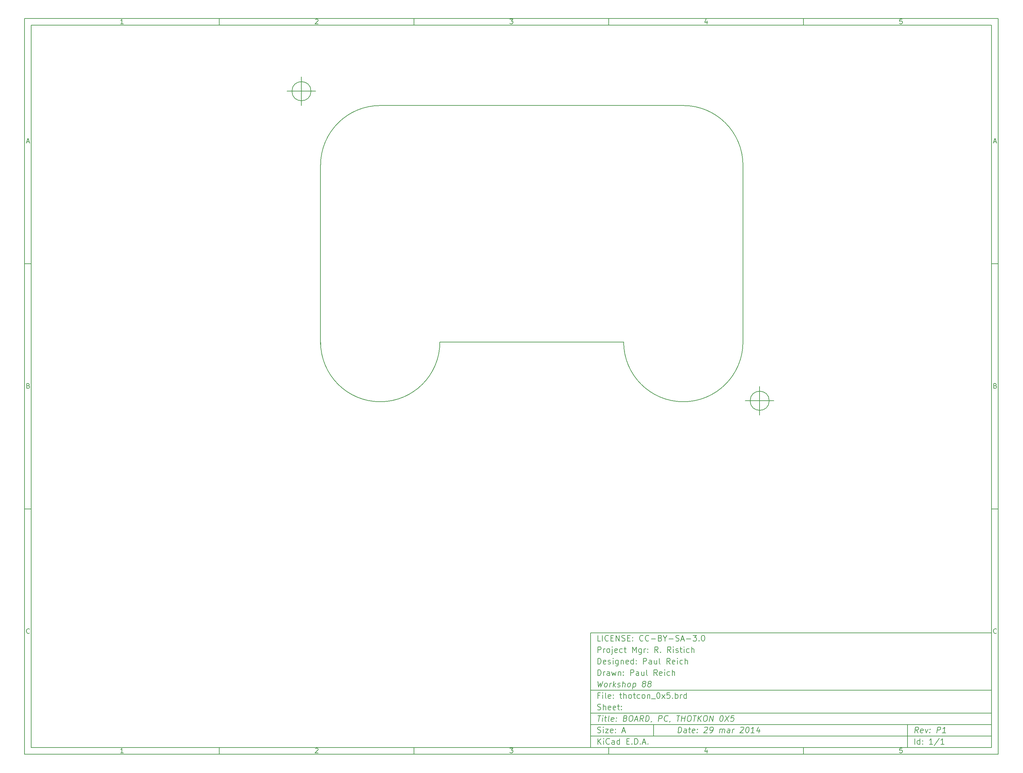
<source format=gbr>
G04 (created by PCBNEW (2013-dec-23)-stable) date Sat 29 Mar 2014 16:15:53 CDT*
%MOIN*%
G04 Gerber Fmt 3.4, Leading zero omitted, Abs format*
%FSLAX34Y34*%
G01*
G70*
G90*
G04 APERTURE LIST*
%ADD10C,0.00590551*%
%ADD11C,0.006*%
G04 APERTURE END LIST*
G54D10*
X-36650Y31000D02*
X65350Y31000D01*
X65350Y-46000D01*
X-36650Y-46000D01*
X-36650Y31000D01*
X-35950Y30300D02*
X64650Y30300D01*
X64650Y-45300D01*
X-35950Y-45300D01*
X-35950Y30300D01*
X-16250Y31000D02*
X-16250Y30300D01*
X-26307Y30447D02*
X-26592Y30447D01*
X-26450Y30447D02*
X-26450Y30947D01*
X-26497Y30876D01*
X-26545Y30828D01*
X-26592Y30804D01*
X-16250Y-46000D02*
X-16250Y-45300D01*
X-26307Y-45852D02*
X-26592Y-45852D01*
X-26450Y-45852D02*
X-26450Y-45352D01*
X-26497Y-45423D01*
X-26545Y-45471D01*
X-26592Y-45495D01*
X4150Y31000D02*
X4150Y30300D01*
X-6192Y30900D02*
X-6169Y30923D01*
X-6121Y30947D01*
X-6002Y30947D01*
X-5954Y30923D01*
X-5930Y30900D01*
X-5907Y30852D01*
X-5907Y30804D01*
X-5930Y30733D01*
X-6216Y30447D01*
X-5907Y30447D01*
X4150Y-46000D02*
X4150Y-45300D01*
X-6192Y-45400D02*
X-6169Y-45376D01*
X-6121Y-45352D01*
X-6002Y-45352D01*
X-5954Y-45376D01*
X-5930Y-45400D01*
X-5907Y-45447D01*
X-5907Y-45495D01*
X-5930Y-45566D01*
X-6216Y-45852D01*
X-5907Y-45852D01*
X24550Y31000D02*
X24550Y30300D01*
X14183Y30947D02*
X14492Y30947D01*
X14326Y30757D01*
X14397Y30757D01*
X14445Y30733D01*
X14469Y30709D01*
X14492Y30661D01*
X14492Y30542D01*
X14469Y30495D01*
X14445Y30471D01*
X14397Y30447D01*
X14254Y30447D01*
X14207Y30471D01*
X14183Y30495D01*
X24550Y-46000D02*
X24550Y-45300D01*
X14183Y-45352D02*
X14492Y-45352D01*
X14326Y-45542D01*
X14397Y-45542D01*
X14445Y-45566D01*
X14469Y-45590D01*
X14492Y-45638D01*
X14492Y-45757D01*
X14469Y-45804D01*
X14445Y-45828D01*
X14397Y-45852D01*
X14254Y-45852D01*
X14207Y-45828D01*
X14183Y-45804D01*
X44950Y31000D02*
X44950Y30300D01*
X34845Y30780D02*
X34845Y30447D01*
X34726Y30971D02*
X34607Y30614D01*
X34916Y30614D01*
X44950Y-46000D02*
X44950Y-45300D01*
X34845Y-45519D02*
X34845Y-45852D01*
X34726Y-45328D02*
X34607Y-45685D01*
X34916Y-45685D01*
X55269Y30947D02*
X55030Y30947D01*
X55007Y30709D01*
X55030Y30733D01*
X55078Y30757D01*
X55197Y30757D01*
X55245Y30733D01*
X55269Y30709D01*
X55292Y30661D01*
X55292Y30542D01*
X55269Y30495D01*
X55245Y30471D01*
X55197Y30447D01*
X55078Y30447D01*
X55030Y30471D01*
X55007Y30495D01*
X55269Y-45352D02*
X55030Y-45352D01*
X55007Y-45590D01*
X55030Y-45566D01*
X55078Y-45542D01*
X55197Y-45542D01*
X55245Y-45566D01*
X55269Y-45590D01*
X55292Y-45638D01*
X55292Y-45757D01*
X55269Y-45804D01*
X55245Y-45828D01*
X55197Y-45852D01*
X55078Y-45852D01*
X55030Y-45828D01*
X55007Y-45804D01*
X-36650Y5340D02*
X-35950Y5340D01*
X-36419Y18110D02*
X-36180Y18110D01*
X-36466Y17967D02*
X-36299Y18467D01*
X-36133Y17967D01*
X65350Y5340D02*
X64650Y5340D01*
X64880Y18110D02*
X65119Y18110D01*
X64833Y17967D02*
X65000Y18467D01*
X65166Y17967D01*
X-36650Y-20320D02*
X-35950Y-20320D01*
X-36264Y-7430D02*
X-36192Y-7454D01*
X-36169Y-7478D01*
X-36145Y-7525D01*
X-36145Y-7597D01*
X-36169Y-7644D01*
X-36192Y-7668D01*
X-36240Y-7692D01*
X-36430Y-7692D01*
X-36430Y-7192D01*
X-36264Y-7192D01*
X-36216Y-7216D01*
X-36192Y-7240D01*
X-36169Y-7287D01*
X-36169Y-7335D01*
X-36192Y-7382D01*
X-36216Y-7406D01*
X-36264Y-7430D01*
X-36430Y-7430D01*
X65350Y-20320D02*
X64650Y-20320D01*
X65035Y-7430D02*
X65107Y-7454D01*
X65130Y-7478D01*
X65154Y-7525D01*
X65154Y-7597D01*
X65130Y-7644D01*
X65107Y-7668D01*
X65059Y-7692D01*
X64869Y-7692D01*
X64869Y-7192D01*
X65035Y-7192D01*
X65083Y-7216D01*
X65107Y-7240D01*
X65130Y-7287D01*
X65130Y-7335D01*
X65107Y-7382D01*
X65083Y-7406D01*
X65035Y-7430D01*
X64869Y-7430D01*
X-36145Y-33304D02*
X-36169Y-33328D01*
X-36240Y-33352D01*
X-36288Y-33352D01*
X-36359Y-33328D01*
X-36407Y-33280D01*
X-36430Y-33233D01*
X-36454Y-33138D01*
X-36454Y-33066D01*
X-36430Y-32971D01*
X-36407Y-32923D01*
X-36359Y-32876D01*
X-36288Y-32852D01*
X-36240Y-32852D01*
X-36169Y-32876D01*
X-36145Y-32900D01*
X65154Y-33304D02*
X65130Y-33328D01*
X65059Y-33352D01*
X65011Y-33352D01*
X64940Y-33328D01*
X64892Y-33280D01*
X64869Y-33233D01*
X64845Y-33138D01*
X64845Y-33066D01*
X64869Y-32971D01*
X64892Y-32923D01*
X64940Y-32876D01*
X65011Y-32852D01*
X65059Y-32852D01*
X65130Y-32876D01*
X65154Y-32900D01*
X31800Y-43742D02*
X31875Y-43142D01*
X32017Y-43142D01*
X32100Y-43171D01*
X32150Y-43228D01*
X32171Y-43285D01*
X32185Y-43400D01*
X32175Y-43485D01*
X32132Y-43600D01*
X32096Y-43657D01*
X32032Y-43714D01*
X31942Y-43742D01*
X31800Y-43742D01*
X32657Y-43742D02*
X32696Y-43428D01*
X32675Y-43371D01*
X32621Y-43342D01*
X32507Y-43342D01*
X32446Y-43371D01*
X32660Y-43714D02*
X32600Y-43742D01*
X32457Y-43742D01*
X32403Y-43714D01*
X32382Y-43657D01*
X32389Y-43600D01*
X32425Y-43542D01*
X32485Y-43514D01*
X32628Y-43514D01*
X32689Y-43485D01*
X32907Y-43342D02*
X33135Y-43342D01*
X33017Y-43142D02*
X32953Y-43657D01*
X32975Y-43714D01*
X33028Y-43742D01*
X33085Y-43742D01*
X33517Y-43714D02*
X33457Y-43742D01*
X33342Y-43742D01*
X33289Y-43714D01*
X33267Y-43657D01*
X33296Y-43428D01*
X33332Y-43371D01*
X33392Y-43342D01*
X33507Y-43342D01*
X33560Y-43371D01*
X33582Y-43428D01*
X33575Y-43485D01*
X33282Y-43542D01*
X33807Y-43685D02*
X33832Y-43714D01*
X33800Y-43742D01*
X33775Y-43714D01*
X33807Y-43685D01*
X33800Y-43742D01*
X33846Y-43371D02*
X33871Y-43400D01*
X33839Y-43428D01*
X33814Y-43400D01*
X33846Y-43371D01*
X33839Y-43428D01*
X34582Y-43200D02*
X34614Y-43171D01*
X34675Y-43142D01*
X34817Y-43142D01*
X34871Y-43171D01*
X34896Y-43200D01*
X34917Y-43257D01*
X34910Y-43314D01*
X34871Y-43400D01*
X34485Y-43742D01*
X34857Y-43742D01*
X35142Y-43742D02*
X35257Y-43742D01*
X35317Y-43714D01*
X35350Y-43685D01*
X35417Y-43600D01*
X35460Y-43485D01*
X35489Y-43257D01*
X35467Y-43200D01*
X35442Y-43171D01*
X35389Y-43142D01*
X35275Y-43142D01*
X35214Y-43171D01*
X35182Y-43200D01*
X35146Y-43257D01*
X35128Y-43400D01*
X35150Y-43457D01*
X35175Y-43485D01*
X35228Y-43514D01*
X35342Y-43514D01*
X35403Y-43485D01*
X35435Y-43457D01*
X35471Y-43400D01*
X36142Y-43742D02*
X36192Y-43342D01*
X36185Y-43400D02*
X36217Y-43371D01*
X36278Y-43342D01*
X36364Y-43342D01*
X36417Y-43371D01*
X36439Y-43428D01*
X36400Y-43742D01*
X36439Y-43428D02*
X36475Y-43371D01*
X36535Y-43342D01*
X36621Y-43342D01*
X36675Y-43371D01*
X36696Y-43428D01*
X36657Y-43742D01*
X37200Y-43742D02*
X37239Y-43428D01*
X37217Y-43371D01*
X37164Y-43342D01*
X37050Y-43342D01*
X36989Y-43371D01*
X37203Y-43714D02*
X37142Y-43742D01*
X37000Y-43742D01*
X36946Y-43714D01*
X36925Y-43657D01*
X36932Y-43600D01*
X36967Y-43542D01*
X37028Y-43514D01*
X37171Y-43514D01*
X37232Y-43485D01*
X37485Y-43742D02*
X37535Y-43342D01*
X37521Y-43457D02*
X37557Y-43400D01*
X37589Y-43371D01*
X37650Y-43342D01*
X37707Y-43342D01*
X38353Y-43200D02*
X38385Y-43171D01*
X38446Y-43142D01*
X38589Y-43142D01*
X38642Y-43171D01*
X38667Y-43200D01*
X38689Y-43257D01*
X38682Y-43314D01*
X38642Y-43400D01*
X38257Y-43742D01*
X38628Y-43742D01*
X39075Y-43142D02*
X39132Y-43142D01*
X39185Y-43171D01*
X39210Y-43200D01*
X39232Y-43257D01*
X39246Y-43371D01*
X39228Y-43514D01*
X39185Y-43628D01*
X39150Y-43685D01*
X39117Y-43714D01*
X39057Y-43742D01*
X39000Y-43742D01*
X38946Y-43714D01*
X38921Y-43685D01*
X38900Y-43628D01*
X38885Y-43514D01*
X38903Y-43371D01*
X38946Y-43257D01*
X38982Y-43200D01*
X39014Y-43171D01*
X39075Y-43142D01*
X39771Y-43742D02*
X39428Y-43742D01*
X39600Y-43742D02*
X39675Y-43142D01*
X39607Y-43228D01*
X39542Y-43285D01*
X39482Y-43314D01*
X40335Y-43342D02*
X40285Y-43742D01*
X40221Y-43114D02*
X40025Y-43542D01*
X40396Y-43542D01*
X23392Y-44942D02*
X23392Y-44342D01*
X23735Y-44942D02*
X23478Y-44600D01*
X23735Y-44342D02*
X23392Y-44685D01*
X23992Y-44942D02*
X23992Y-44542D01*
X23992Y-44342D02*
X23964Y-44371D01*
X23992Y-44400D01*
X24021Y-44371D01*
X23992Y-44342D01*
X23992Y-44400D01*
X24621Y-44885D02*
X24592Y-44914D01*
X24507Y-44942D01*
X24450Y-44942D01*
X24364Y-44914D01*
X24307Y-44857D01*
X24278Y-44800D01*
X24250Y-44685D01*
X24250Y-44600D01*
X24278Y-44485D01*
X24307Y-44428D01*
X24364Y-44371D01*
X24450Y-44342D01*
X24507Y-44342D01*
X24592Y-44371D01*
X24621Y-44400D01*
X25135Y-44942D02*
X25135Y-44628D01*
X25107Y-44571D01*
X25050Y-44542D01*
X24935Y-44542D01*
X24878Y-44571D01*
X25135Y-44914D02*
X25078Y-44942D01*
X24935Y-44942D01*
X24878Y-44914D01*
X24850Y-44857D01*
X24850Y-44800D01*
X24878Y-44742D01*
X24935Y-44714D01*
X25078Y-44714D01*
X25135Y-44685D01*
X25678Y-44942D02*
X25678Y-44342D01*
X25678Y-44914D02*
X25621Y-44942D01*
X25507Y-44942D01*
X25450Y-44914D01*
X25421Y-44885D01*
X25392Y-44828D01*
X25392Y-44657D01*
X25421Y-44600D01*
X25450Y-44571D01*
X25507Y-44542D01*
X25621Y-44542D01*
X25678Y-44571D01*
X26421Y-44628D02*
X26621Y-44628D01*
X26707Y-44942D02*
X26421Y-44942D01*
X26421Y-44342D01*
X26707Y-44342D01*
X26964Y-44885D02*
X26992Y-44914D01*
X26964Y-44942D01*
X26935Y-44914D01*
X26964Y-44885D01*
X26964Y-44942D01*
X27249Y-44942D02*
X27249Y-44342D01*
X27392Y-44342D01*
X27478Y-44371D01*
X27535Y-44428D01*
X27564Y-44485D01*
X27592Y-44600D01*
X27592Y-44685D01*
X27564Y-44800D01*
X27535Y-44857D01*
X27478Y-44914D01*
X27392Y-44942D01*
X27249Y-44942D01*
X27849Y-44885D02*
X27878Y-44914D01*
X27849Y-44942D01*
X27821Y-44914D01*
X27849Y-44885D01*
X27849Y-44942D01*
X28107Y-44771D02*
X28392Y-44771D01*
X28049Y-44942D02*
X28249Y-44342D01*
X28449Y-44942D01*
X28649Y-44885D02*
X28678Y-44914D01*
X28649Y-44942D01*
X28621Y-44914D01*
X28649Y-44885D01*
X28649Y-44942D01*
X56942Y-43742D02*
X56778Y-43457D01*
X56600Y-43742D02*
X56675Y-43142D01*
X56903Y-43142D01*
X56957Y-43171D01*
X56982Y-43200D01*
X57003Y-43257D01*
X56992Y-43342D01*
X56957Y-43400D01*
X56925Y-43428D01*
X56864Y-43457D01*
X56635Y-43457D01*
X57432Y-43714D02*
X57371Y-43742D01*
X57257Y-43742D01*
X57203Y-43714D01*
X57182Y-43657D01*
X57210Y-43428D01*
X57246Y-43371D01*
X57307Y-43342D01*
X57421Y-43342D01*
X57475Y-43371D01*
X57496Y-43428D01*
X57489Y-43485D01*
X57196Y-43542D01*
X57707Y-43342D02*
X57800Y-43742D01*
X57992Y-43342D01*
X58178Y-43685D02*
X58203Y-43714D01*
X58171Y-43742D01*
X58146Y-43714D01*
X58178Y-43685D01*
X58171Y-43742D01*
X58217Y-43371D02*
X58242Y-43400D01*
X58210Y-43428D01*
X58185Y-43400D01*
X58217Y-43371D01*
X58210Y-43428D01*
X58914Y-43742D02*
X58989Y-43142D01*
X59217Y-43142D01*
X59271Y-43171D01*
X59296Y-43200D01*
X59317Y-43257D01*
X59307Y-43342D01*
X59271Y-43400D01*
X59239Y-43428D01*
X59178Y-43457D01*
X58950Y-43457D01*
X59828Y-43742D02*
X59485Y-43742D01*
X59657Y-43742D02*
X59732Y-43142D01*
X59664Y-43228D01*
X59600Y-43285D01*
X59539Y-43314D01*
X23364Y-43714D02*
X23450Y-43742D01*
X23592Y-43742D01*
X23650Y-43714D01*
X23678Y-43685D01*
X23707Y-43628D01*
X23707Y-43571D01*
X23678Y-43514D01*
X23650Y-43485D01*
X23592Y-43457D01*
X23478Y-43428D01*
X23421Y-43400D01*
X23392Y-43371D01*
X23364Y-43314D01*
X23364Y-43257D01*
X23392Y-43200D01*
X23421Y-43171D01*
X23478Y-43142D01*
X23621Y-43142D01*
X23707Y-43171D01*
X23964Y-43742D02*
X23964Y-43342D01*
X23964Y-43142D02*
X23935Y-43171D01*
X23964Y-43200D01*
X23992Y-43171D01*
X23964Y-43142D01*
X23964Y-43200D01*
X24192Y-43342D02*
X24507Y-43342D01*
X24192Y-43742D01*
X24507Y-43742D01*
X24964Y-43714D02*
X24907Y-43742D01*
X24792Y-43742D01*
X24735Y-43714D01*
X24707Y-43657D01*
X24707Y-43428D01*
X24735Y-43371D01*
X24792Y-43342D01*
X24907Y-43342D01*
X24964Y-43371D01*
X24992Y-43428D01*
X24992Y-43485D01*
X24707Y-43542D01*
X25250Y-43685D02*
X25278Y-43714D01*
X25250Y-43742D01*
X25221Y-43714D01*
X25250Y-43685D01*
X25250Y-43742D01*
X25250Y-43371D02*
X25278Y-43400D01*
X25250Y-43428D01*
X25221Y-43400D01*
X25250Y-43371D01*
X25250Y-43428D01*
X25964Y-43571D02*
X26250Y-43571D01*
X25907Y-43742D02*
X26107Y-43142D01*
X26307Y-43742D01*
X56592Y-44942D02*
X56592Y-44342D01*
X57135Y-44942D02*
X57135Y-44342D01*
X57135Y-44914D02*
X57078Y-44942D01*
X56964Y-44942D01*
X56907Y-44914D01*
X56878Y-44885D01*
X56850Y-44828D01*
X56850Y-44657D01*
X56878Y-44600D01*
X56907Y-44571D01*
X56964Y-44542D01*
X57078Y-44542D01*
X57135Y-44571D01*
X57421Y-44885D02*
X57450Y-44914D01*
X57421Y-44942D01*
X57392Y-44914D01*
X57421Y-44885D01*
X57421Y-44942D01*
X57421Y-44571D02*
X57450Y-44600D01*
X57421Y-44628D01*
X57392Y-44600D01*
X57421Y-44571D01*
X57421Y-44628D01*
X58478Y-44942D02*
X58135Y-44942D01*
X58307Y-44942D02*
X58307Y-44342D01*
X58249Y-44428D01*
X58192Y-44485D01*
X58135Y-44514D01*
X59164Y-44314D02*
X58650Y-45085D01*
X59678Y-44942D02*
X59335Y-44942D01*
X59507Y-44942D02*
X59507Y-44342D01*
X59449Y-44428D01*
X59392Y-44485D01*
X59335Y-44514D01*
X23389Y-41942D02*
X23732Y-41942D01*
X23485Y-42542D02*
X23560Y-41942D01*
X23857Y-42542D02*
X23907Y-42142D01*
X23932Y-41942D02*
X23900Y-41971D01*
X23925Y-42000D01*
X23957Y-41971D01*
X23932Y-41942D01*
X23925Y-42000D01*
X24107Y-42142D02*
X24335Y-42142D01*
X24217Y-41942D02*
X24153Y-42457D01*
X24175Y-42514D01*
X24228Y-42542D01*
X24285Y-42542D01*
X24571Y-42542D02*
X24517Y-42514D01*
X24496Y-42457D01*
X24560Y-41942D01*
X25032Y-42514D02*
X24971Y-42542D01*
X24857Y-42542D01*
X24803Y-42514D01*
X24782Y-42457D01*
X24810Y-42228D01*
X24846Y-42171D01*
X24907Y-42142D01*
X25021Y-42142D01*
X25075Y-42171D01*
X25096Y-42228D01*
X25089Y-42285D01*
X24796Y-42342D01*
X25321Y-42485D02*
X25346Y-42514D01*
X25314Y-42542D01*
X25289Y-42514D01*
X25321Y-42485D01*
X25314Y-42542D01*
X25360Y-42171D02*
X25385Y-42200D01*
X25353Y-42228D01*
X25328Y-42200D01*
X25360Y-42171D01*
X25353Y-42228D01*
X26296Y-42228D02*
X26378Y-42257D01*
X26403Y-42285D01*
X26425Y-42342D01*
X26414Y-42428D01*
X26378Y-42485D01*
X26346Y-42514D01*
X26285Y-42542D01*
X26057Y-42542D01*
X26132Y-41942D01*
X26332Y-41942D01*
X26385Y-41971D01*
X26410Y-42000D01*
X26432Y-42057D01*
X26425Y-42114D01*
X26389Y-42171D01*
X26357Y-42200D01*
X26296Y-42228D01*
X26096Y-42228D01*
X26846Y-41942D02*
X26960Y-41942D01*
X27014Y-41971D01*
X27064Y-42028D01*
X27078Y-42142D01*
X27053Y-42342D01*
X27010Y-42457D01*
X26946Y-42514D01*
X26885Y-42542D01*
X26771Y-42542D01*
X26717Y-42514D01*
X26667Y-42457D01*
X26653Y-42342D01*
X26678Y-42142D01*
X26721Y-42028D01*
X26785Y-41971D01*
X26846Y-41942D01*
X27278Y-42371D02*
X27564Y-42371D01*
X27200Y-42542D02*
X27475Y-41942D01*
X27600Y-42542D01*
X28142Y-42542D02*
X27978Y-42257D01*
X27800Y-42542D02*
X27875Y-41942D01*
X28103Y-41942D01*
X28157Y-41971D01*
X28182Y-42000D01*
X28203Y-42057D01*
X28192Y-42142D01*
X28157Y-42200D01*
X28125Y-42228D01*
X28064Y-42257D01*
X27835Y-42257D01*
X28400Y-42542D02*
X28475Y-41942D01*
X28617Y-41942D01*
X28700Y-41971D01*
X28750Y-42028D01*
X28771Y-42085D01*
X28785Y-42200D01*
X28775Y-42285D01*
X28732Y-42400D01*
X28696Y-42457D01*
X28632Y-42514D01*
X28542Y-42542D01*
X28400Y-42542D01*
X29032Y-42514D02*
X29028Y-42542D01*
X28992Y-42600D01*
X28960Y-42628D01*
X29742Y-42542D02*
X29817Y-41942D01*
X30046Y-41942D01*
X30099Y-41971D01*
X30125Y-42000D01*
X30146Y-42057D01*
X30135Y-42142D01*
X30100Y-42200D01*
X30067Y-42228D01*
X30007Y-42257D01*
X29778Y-42257D01*
X30692Y-42485D02*
X30660Y-42514D01*
X30571Y-42542D01*
X30514Y-42542D01*
X30432Y-42514D01*
X30382Y-42457D01*
X30360Y-42400D01*
X30346Y-42285D01*
X30357Y-42200D01*
X30400Y-42085D01*
X30435Y-42028D01*
X30499Y-41971D01*
X30589Y-41942D01*
X30646Y-41942D01*
X30728Y-41971D01*
X30753Y-42000D01*
X30975Y-42514D02*
X30971Y-42542D01*
X30935Y-42600D01*
X30903Y-42628D01*
X31675Y-41942D02*
X32017Y-41942D01*
X31771Y-42542D02*
X31846Y-41942D01*
X32142Y-42542D02*
X32217Y-41942D01*
X32182Y-42228D02*
X32525Y-42228D01*
X32485Y-42542D02*
X32560Y-41942D01*
X32960Y-41942D02*
X33075Y-41942D01*
X33128Y-41971D01*
X33178Y-42028D01*
X33192Y-42142D01*
X33167Y-42342D01*
X33124Y-42457D01*
X33060Y-42514D01*
X33000Y-42542D01*
X32885Y-42542D01*
X32832Y-42514D01*
X32782Y-42457D01*
X32767Y-42342D01*
X32792Y-42142D01*
X32835Y-42028D01*
X32899Y-41971D01*
X32960Y-41942D01*
X33389Y-41942D02*
X33732Y-41942D01*
X33485Y-42542D02*
X33560Y-41942D01*
X33857Y-42542D02*
X33932Y-41942D01*
X34199Y-42542D02*
X33985Y-42200D01*
X34274Y-41942D02*
X33889Y-42285D01*
X34646Y-41942D02*
X34760Y-41942D01*
X34814Y-41971D01*
X34864Y-42028D01*
X34878Y-42142D01*
X34853Y-42342D01*
X34810Y-42457D01*
X34746Y-42514D01*
X34685Y-42542D01*
X34571Y-42542D01*
X34517Y-42514D01*
X34467Y-42457D01*
X34453Y-42342D01*
X34478Y-42142D01*
X34521Y-42028D01*
X34585Y-41971D01*
X34646Y-41942D01*
X35085Y-42542D02*
X35160Y-41942D01*
X35428Y-42542D01*
X35503Y-41942D01*
X36360Y-41942D02*
X36417Y-41942D01*
X36471Y-41971D01*
X36496Y-42000D01*
X36517Y-42057D01*
X36532Y-42171D01*
X36514Y-42314D01*
X36471Y-42428D01*
X36435Y-42485D01*
X36403Y-42514D01*
X36342Y-42542D01*
X36285Y-42542D01*
X36232Y-42514D01*
X36207Y-42485D01*
X36185Y-42428D01*
X36171Y-42314D01*
X36189Y-42171D01*
X36232Y-42057D01*
X36267Y-42000D01*
X36299Y-41971D01*
X36360Y-41942D01*
X36760Y-41942D02*
X37085Y-42542D01*
X37160Y-41942D02*
X36685Y-42542D01*
X37674Y-41942D02*
X37389Y-41942D01*
X37325Y-42228D01*
X37357Y-42200D01*
X37417Y-42171D01*
X37560Y-42171D01*
X37614Y-42200D01*
X37639Y-42228D01*
X37660Y-42285D01*
X37642Y-42428D01*
X37607Y-42485D01*
X37574Y-42514D01*
X37514Y-42542D01*
X37371Y-42542D01*
X37317Y-42514D01*
X37292Y-42485D01*
X23592Y-39828D02*
X23392Y-39828D01*
X23392Y-40142D02*
X23392Y-39542D01*
X23678Y-39542D01*
X23907Y-40142D02*
X23907Y-39742D01*
X23907Y-39542D02*
X23878Y-39571D01*
X23907Y-39600D01*
X23935Y-39571D01*
X23907Y-39542D01*
X23907Y-39600D01*
X24278Y-40142D02*
X24221Y-40114D01*
X24192Y-40057D01*
X24192Y-39542D01*
X24735Y-40114D02*
X24678Y-40142D01*
X24564Y-40142D01*
X24507Y-40114D01*
X24478Y-40057D01*
X24478Y-39828D01*
X24507Y-39771D01*
X24564Y-39742D01*
X24678Y-39742D01*
X24735Y-39771D01*
X24764Y-39828D01*
X24764Y-39885D01*
X24478Y-39942D01*
X25021Y-40085D02*
X25050Y-40114D01*
X25021Y-40142D01*
X24992Y-40114D01*
X25021Y-40085D01*
X25021Y-40142D01*
X25021Y-39771D02*
X25050Y-39800D01*
X25021Y-39828D01*
X24992Y-39800D01*
X25021Y-39771D01*
X25021Y-39828D01*
X25678Y-39742D02*
X25907Y-39742D01*
X25764Y-39542D02*
X25764Y-40057D01*
X25792Y-40114D01*
X25850Y-40142D01*
X25907Y-40142D01*
X26107Y-40142D02*
X26107Y-39542D01*
X26364Y-40142D02*
X26364Y-39828D01*
X26335Y-39771D01*
X26278Y-39742D01*
X26192Y-39742D01*
X26135Y-39771D01*
X26107Y-39800D01*
X26735Y-40142D02*
X26678Y-40114D01*
X26650Y-40085D01*
X26621Y-40028D01*
X26621Y-39857D01*
X26650Y-39800D01*
X26678Y-39771D01*
X26735Y-39742D01*
X26821Y-39742D01*
X26878Y-39771D01*
X26907Y-39800D01*
X26935Y-39857D01*
X26935Y-40028D01*
X26907Y-40085D01*
X26878Y-40114D01*
X26821Y-40142D01*
X26735Y-40142D01*
X27107Y-39742D02*
X27335Y-39742D01*
X27192Y-39542D02*
X27192Y-40057D01*
X27221Y-40114D01*
X27278Y-40142D01*
X27335Y-40142D01*
X27792Y-40114D02*
X27735Y-40142D01*
X27621Y-40142D01*
X27564Y-40114D01*
X27535Y-40085D01*
X27507Y-40028D01*
X27507Y-39857D01*
X27535Y-39800D01*
X27564Y-39771D01*
X27621Y-39742D01*
X27735Y-39742D01*
X27792Y-39771D01*
X28135Y-40142D02*
X28078Y-40114D01*
X28050Y-40085D01*
X28021Y-40028D01*
X28021Y-39857D01*
X28050Y-39800D01*
X28078Y-39771D01*
X28135Y-39742D01*
X28221Y-39742D01*
X28278Y-39771D01*
X28307Y-39800D01*
X28335Y-39857D01*
X28335Y-40028D01*
X28307Y-40085D01*
X28278Y-40114D01*
X28221Y-40142D01*
X28135Y-40142D01*
X28592Y-39742D02*
X28592Y-40142D01*
X28592Y-39800D02*
X28621Y-39771D01*
X28678Y-39742D01*
X28764Y-39742D01*
X28821Y-39771D01*
X28850Y-39828D01*
X28850Y-40142D01*
X28992Y-40200D02*
X29450Y-40200D01*
X29707Y-39542D02*
X29764Y-39542D01*
X29821Y-39571D01*
X29850Y-39600D01*
X29878Y-39657D01*
X29907Y-39771D01*
X29907Y-39914D01*
X29878Y-40028D01*
X29850Y-40085D01*
X29821Y-40114D01*
X29764Y-40142D01*
X29707Y-40142D01*
X29650Y-40114D01*
X29621Y-40085D01*
X29592Y-40028D01*
X29564Y-39914D01*
X29564Y-39771D01*
X29592Y-39657D01*
X29621Y-39600D01*
X29650Y-39571D01*
X29707Y-39542D01*
X30107Y-40142D02*
X30421Y-39742D01*
X30107Y-39742D02*
X30421Y-40142D01*
X30935Y-39542D02*
X30650Y-39542D01*
X30621Y-39828D01*
X30650Y-39800D01*
X30707Y-39771D01*
X30850Y-39771D01*
X30907Y-39800D01*
X30935Y-39828D01*
X30964Y-39885D01*
X30964Y-40028D01*
X30935Y-40085D01*
X30907Y-40114D01*
X30850Y-40142D01*
X30707Y-40142D01*
X30650Y-40114D01*
X30621Y-40085D01*
X31221Y-40085D02*
X31250Y-40114D01*
X31221Y-40142D01*
X31192Y-40114D01*
X31221Y-40085D01*
X31221Y-40142D01*
X31507Y-40142D02*
X31507Y-39542D01*
X31507Y-39771D02*
X31564Y-39742D01*
X31678Y-39742D01*
X31735Y-39771D01*
X31764Y-39800D01*
X31792Y-39857D01*
X31792Y-40028D01*
X31764Y-40085D01*
X31735Y-40114D01*
X31678Y-40142D01*
X31564Y-40142D01*
X31507Y-40114D01*
X32050Y-40142D02*
X32050Y-39742D01*
X32050Y-39857D02*
X32078Y-39800D01*
X32107Y-39771D01*
X32164Y-39742D01*
X32221Y-39742D01*
X32678Y-40142D02*
X32678Y-39542D01*
X32678Y-40114D02*
X32621Y-40142D01*
X32507Y-40142D01*
X32450Y-40114D01*
X32421Y-40085D01*
X32392Y-40028D01*
X32392Y-39857D01*
X32421Y-39800D01*
X32450Y-39771D01*
X32507Y-39742D01*
X32621Y-39742D01*
X32678Y-39771D01*
X23364Y-41314D02*
X23450Y-41342D01*
X23592Y-41342D01*
X23650Y-41314D01*
X23678Y-41285D01*
X23707Y-41228D01*
X23707Y-41171D01*
X23678Y-41114D01*
X23650Y-41085D01*
X23592Y-41057D01*
X23478Y-41028D01*
X23421Y-41000D01*
X23392Y-40971D01*
X23364Y-40914D01*
X23364Y-40857D01*
X23392Y-40800D01*
X23421Y-40771D01*
X23478Y-40742D01*
X23621Y-40742D01*
X23707Y-40771D01*
X23964Y-41342D02*
X23964Y-40742D01*
X24221Y-41342D02*
X24221Y-41028D01*
X24192Y-40971D01*
X24135Y-40942D01*
X24050Y-40942D01*
X23992Y-40971D01*
X23964Y-41000D01*
X24735Y-41314D02*
X24678Y-41342D01*
X24564Y-41342D01*
X24507Y-41314D01*
X24478Y-41257D01*
X24478Y-41028D01*
X24507Y-40971D01*
X24564Y-40942D01*
X24678Y-40942D01*
X24735Y-40971D01*
X24764Y-41028D01*
X24764Y-41085D01*
X24478Y-41142D01*
X25250Y-41314D02*
X25192Y-41342D01*
X25078Y-41342D01*
X25021Y-41314D01*
X24992Y-41257D01*
X24992Y-41028D01*
X25021Y-40971D01*
X25078Y-40942D01*
X25192Y-40942D01*
X25250Y-40971D01*
X25278Y-41028D01*
X25278Y-41085D01*
X24992Y-41142D01*
X25450Y-40942D02*
X25678Y-40942D01*
X25535Y-40742D02*
X25535Y-41257D01*
X25564Y-41314D01*
X25621Y-41342D01*
X25678Y-41342D01*
X25878Y-41285D02*
X25907Y-41314D01*
X25878Y-41342D01*
X25850Y-41314D01*
X25878Y-41285D01*
X25878Y-41342D01*
X25878Y-40971D02*
X25907Y-41000D01*
X25878Y-41028D01*
X25850Y-41000D01*
X25878Y-40971D01*
X25878Y-41028D01*
X23417Y-38342D02*
X23485Y-38942D01*
X23653Y-38514D01*
X23714Y-38942D01*
X23932Y-38342D01*
X24171Y-38942D02*
X24117Y-38914D01*
X24092Y-38885D01*
X24071Y-38828D01*
X24092Y-38657D01*
X24128Y-38600D01*
X24160Y-38571D01*
X24221Y-38542D01*
X24307Y-38542D01*
X24360Y-38571D01*
X24385Y-38600D01*
X24407Y-38657D01*
X24385Y-38828D01*
X24350Y-38885D01*
X24317Y-38914D01*
X24257Y-38942D01*
X24171Y-38942D01*
X24628Y-38942D02*
X24678Y-38542D01*
X24664Y-38657D02*
X24700Y-38600D01*
X24732Y-38571D01*
X24792Y-38542D01*
X24850Y-38542D01*
X25000Y-38942D02*
X25075Y-38342D01*
X25085Y-38714D02*
X25228Y-38942D01*
X25278Y-38542D02*
X25021Y-38771D01*
X25460Y-38914D02*
X25514Y-38942D01*
X25628Y-38942D01*
X25689Y-38914D01*
X25725Y-38857D01*
X25728Y-38828D01*
X25707Y-38771D01*
X25653Y-38742D01*
X25567Y-38742D01*
X25514Y-38714D01*
X25492Y-38657D01*
X25496Y-38628D01*
X25532Y-38571D01*
X25592Y-38542D01*
X25678Y-38542D01*
X25732Y-38571D01*
X25971Y-38942D02*
X26046Y-38342D01*
X26228Y-38942D02*
X26267Y-38628D01*
X26246Y-38571D01*
X26192Y-38542D01*
X26107Y-38542D01*
X26046Y-38571D01*
X26014Y-38600D01*
X26599Y-38942D02*
X26546Y-38914D01*
X26521Y-38885D01*
X26500Y-38828D01*
X26521Y-38657D01*
X26557Y-38600D01*
X26589Y-38571D01*
X26649Y-38542D01*
X26735Y-38542D01*
X26789Y-38571D01*
X26814Y-38600D01*
X26835Y-38657D01*
X26814Y-38828D01*
X26778Y-38885D01*
X26746Y-38914D01*
X26685Y-38942D01*
X26599Y-38942D01*
X27107Y-38542D02*
X27032Y-39142D01*
X27103Y-38571D02*
X27164Y-38542D01*
X27278Y-38542D01*
X27332Y-38571D01*
X27357Y-38600D01*
X27378Y-38657D01*
X27357Y-38828D01*
X27321Y-38885D01*
X27289Y-38914D01*
X27228Y-38942D01*
X27114Y-38942D01*
X27060Y-38914D01*
X28185Y-38600D02*
X28132Y-38571D01*
X28107Y-38542D01*
X28085Y-38485D01*
X28089Y-38457D01*
X28124Y-38400D01*
X28157Y-38371D01*
X28217Y-38342D01*
X28332Y-38342D01*
X28385Y-38371D01*
X28410Y-38400D01*
X28432Y-38457D01*
X28428Y-38485D01*
X28392Y-38542D01*
X28360Y-38571D01*
X28299Y-38600D01*
X28185Y-38600D01*
X28125Y-38628D01*
X28092Y-38657D01*
X28057Y-38714D01*
X28042Y-38828D01*
X28064Y-38885D01*
X28089Y-38914D01*
X28142Y-38942D01*
X28257Y-38942D01*
X28317Y-38914D01*
X28349Y-38885D01*
X28385Y-38828D01*
X28399Y-38714D01*
X28378Y-38657D01*
X28353Y-38628D01*
X28299Y-38600D01*
X28757Y-38600D02*
X28703Y-38571D01*
X28678Y-38542D01*
X28657Y-38485D01*
X28660Y-38457D01*
X28696Y-38400D01*
X28728Y-38371D01*
X28789Y-38342D01*
X28903Y-38342D01*
X28957Y-38371D01*
X28982Y-38400D01*
X29003Y-38457D01*
X29000Y-38485D01*
X28964Y-38542D01*
X28932Y-38571D01*
X28871Y-38600D01*
X28757Y-38600D01*
X28696Y-38628D01*
X28664Y-38657D01*
X28628Y-38714D01*
X28614Y-38828D01*
X28635Y-38885D01*
X28660Y-38914D01*
X28714Y-38942D01*
X28828Y-38942D01*
X28889Y-38914D01*
X28921Y-38885D01*
X28957Y-38828D01*
X28971Y-38714D01*
X28949Y-38657D01*
X28925Y-38628D01*
X28871Y-38600D01*
X23392Y-37742D02*
X23392Y-37142D01*
X23535Y-37142D01*
X23621Y-37171D01*
X23678Y-37228D01*
X23707Y-37285D01*
X23735Y-37400D01*
X23735Y-37485D01*
X23707Y-37600D01*
X23678Y-37657D01*
X23621Y-37714D01*
X23535Y-37742D01*
X23392Y-37742D01*
X23992Y-37742D02*
X23992Y-37342D01*
X23992Y-37457D02*
X24021Y-37400D01*
X24050Y-37371D01*
X24107Y-37342D01*
X24164Y-37342D01*
X24621Y-37742D02*
X24621Y-37428D01*
X24592Y-37371D01*
X24535Y-37342D01*
X24421Y-37342D01*
X24364Y-37371D01*
X24621Y-37714D02*
X24564Y-37742D01*
X24421Y-37742D01*
X24364Y-37714D01*
X24335Y-37657D01*
X24335Y-37600D01*
X24364Y-37542D01*
X24421Y-37514D01*
X24564Y-37514D01*
X24621Y-37485D01*
X24850Y-37342D02*
X24964Y-37742D01*
X25078Y-37457D01*
X25192Y-37742D01*
X25307Y-37342D01*
X25535Y-37342D02*
X25535Y-37742D01*
X25535Y-37400D02*
X25564Y-37371D01*
X25621Y-37342D01*
X25707Y-37342D01*
X25764Y-37371D01*
X25792Y-37428D01*
X25792Y-37742D01*
X26078Y-37685D02*
X26107Y-37714D01*
X26078Y-37742D01*
X26050Y-37714D01*
X26078Y-37685D01*
X26078Y-37742D01*
X26078Y-37371D02*
X26107Y-37400D01*
X26078Y-37428D01*
X26050Y-37400D01*
X26078Y-37371D01*
X26078Y-37428D01*
X26821Y-37742D02*
X26821Y-37142D01*
X27050Y-37142D01*
X27107Y-37171D01*
X27135Y-37200D01*
X27164Y-37257D01*
X27164Y-37342D01*
X27135Y-37400D01*
X27107Y-37428D01*
X27050Y-37457D01*
X26821Y-37457D01*
X27678Y-37742D02*
X27678Y-37428D01*
X27650Y-37371D01*
X27592Y-37342D01*
X27478Y-37342D01*
X27421Y-37371D01*
X27678Y-37714D02*
X27621Y-37742D01*
X27478Y-37742D01*
X27421Y-37714D01*
X27392Y-37657D01*
X27392Y-37600D01*
X27421Y-37542D01*
X27478Y-37514D01*
X27621Y-37514D01*
X27678Y-37485D01*
X28221Y-37342D02*
X28221Y-37742D01*
X27964Y-37342D02*
X27964Y-37657D01*
X27992Y-37714D01*
X28049Y-37742D01*
X28135Y-37742D01*
X28192Y-37714D01*
X28221Y-37685D01*
X28592Y-37742D02*
X28535Y-37714D01*
X28507Y-37657D01*
X28507Y-37142D01*
X29621Y-37742D02*
X29421Y-37457D01*
X29278Y-37742D02*
X29278Y-37142D01*
X29507Y-37142D01*
X29564Y-37171D01*
X29592Y-37200D01*
X29621Y-37257D01*
X29621Y-37342D01*
X29592Y-37400D01*
X29564Y-37428D01*
X29507Y-37457D01*
X29278Y-37457D01*
X30107Y-37714D02*
X30050Y-37742D01*
X29935Y-37742D01*
X29878Y-37714D01*
X29850Y-37657D01*
X29850Y-37428D01*
X29878Y-37371D01*
X29935Y-37342D01*
X30050Y-37342D01*
X30107Y-37371D01*
X30135Y-37428D01*
X30135Y-37485D01*
X29850Y-37542D01*
X30392Y-37742D02*
X30392Y-37342D01*
X30392Y-37142D02*
X30364Y-37171D01*
X30392Y-37200D01*
X30421Y-37171D01*
X30392Y-37142D01*
X30392Y-37200D01*
X30935Y-37714D02*
X30878Y-37742D01*
X30764Y-37742D01*
X30707Y-37714D01*
X30678Y-37685D01*
X30650Y-37628D01*
X30650Y-37457D01*
X30678Y-37400D01*
X30707Y-37371D01*
X30764Y-37342D01*
X30878Y-37342D01*
X30935Y-37371D01*
X31192Y-37742D02*
X31192Y-37142D01*
X31450Y-37742D02*
X31450Y-37428D01*
X31421Y-37371D01*
X31364Y-37342D01*
X31278Y-37342D01*
X31221Y-37371D01*
X31192Y-37400D01*
X23392Y-36542D02*
X23392Y-35942D01*
X23535Y-35942D01*
X23621Y-35971D01*
X23678Y-36028D01*
X23707Y-36085D01*
X23735Y-36200D01*
X23735Y-36285D01*
X23707Y-36400D01*
X23678Y-36457D01*
X23621Y-36514D01*
X23535Y-36542D01*
X23392Y-36542D01*
X24221Y-36514D02*
X24164Y-36542D01*
X24050Y-36542D01*
X23992Y-36514D01*
X23964Y-36457D01*
X23964Y-36228D01*
X23992Y-36171D01*
X24050Y-36142D01*
X24164Y-36142D01*
X24221Y-36171D01*
X24250Y-36228D01*
X24250Y-36285D01*
X23964Y-36342D01*
X24478Y-36514D02*
X24535Y-36542D01*
X24650Y-36542D01*
X24707Y-36514D01*
X24735Y-36457D01*
X24735Y-36428D01*
X24707Y-36371D01*
X24650Y-36342D01*
X24564Y-36342D01*
X24507Y-36314D01*
X24478Y-36257D01*
X24478Y-36228D01*
X24507Y-36171D01*
X24564Y-36142D01*
X24650Y-36142D01*
X24707Y-36171D01*
X24992Y-36542D02*
X24992Y-36142D01*
X24992Y-35942D02*
X24964Y-35971D01*
X24992Y-36000D01*
X25021Y-35971D01*
X24992Y-35942D01*
X24992Y-36000D01*
X25535Y-36142D02*
X25535Y-36628D01*
X25507Y-36685D01*
X25478Y-36714D01*
X25421Y-36742D01*
X25335Y-36742D01*
X25278Y-36714D01*
X25535Y-36514D02*
X25478Y-36542D01*
X25364Y-36542D01*
X25307Y-36514D01*
X25278Y-36485D01*
X25250Y-36428D01*
X25250Y-36257D01*
X25278Y-36200D01*
X25307Y-36171D01*
X25364Y-36142D01*
X25478Y-36142D01*
X25535Y-36171D01*
X25821Y-36142D02*
X25821Y-36542D01*
X25821Y-36200D02*
X25850Y-36171D01*
X25907Y-36142D01*
X25992Y-36142D01*
X26050Y-36171D01*
X26078Y-36228D01*
X26078Y-36542D01*
X26592Y-36514D02*
X26535Y-36542D01*
X26421Y-36542D01*
X26364Y-36514D01*
X26335Y-36457D01*
X26335Y-36228D01*
X26364Y-36171D01*
X26421Y-36142D01*
X26535Y-36142D01*
X26592Y-36171D01*
X26621Y-36228D01*
X26621Y-36285D01*
X26335Y-36342D01*
X27135Y-36542D02*
X27135Y-35942D01*
X27135Y-36514D02*
X27078Y-36542D01*
X26964Y-36542D01*
X26907Y-36514D01*
X26878Y-36485D01*
X26850Y-36428D01*
X26850Y-36257D01*
X26878Y-36200D01*
X26907Y-36171D01*
X26964Y-36142D01*
X27078Y-36142D01*
X27135Y-36171D01*
X27421Y-36485D02*
X27450Y-36514D01*
X27421Y-36542D01*
X27392Y-36514D01*
X27421Y-36485D01*
X27421Y-36542D01*
X27421Y-36171D02*
X27450Y-36200D01*
X27421Y-36228D01*
X27392Y-36200D01*
X27421Y-36171D01*
X27421Y-36228D01*
X28164Y-36542D02*
X28164Y-35942D01*
X28392Y-35942D01*
X28449Y-35971D01*
X28478Y-36000D01*
X28507Y-36057D01*
X28507Y-36142D01*
X28478Y-36200D01*
X28449Y-36228D01*
X28392Y-36257D01*
X28164Y-36257D01*
X29021Y-36542D02*
X29021Y-36228D01*
X28992Y-36171D01*
X28935Y-36142D01*
X28821Y-36142D01*
X28764Y-36171D01*
X29021Y-36514D02*
X28964Y-36542D01*
X28821Y-36542D01*
X28764Y-36514D01*
X28735Y-36457D01*
X28735Y-36400D01*
X28764Y-36342D01*
X28821Y-36314D01*
X28964Y-36314D01*
X29021Y-36285D01*
X29564Y-36142D02*
X29564Y-36542D01*
X29307Y-36142D02*
X29307Y-36457D01*
X29335Y-36514D01*
X29392Y-36542D01*
X29478Y-36542D01*
X29535Y-36514D01*
X29564Y-36485D01*
X29935Y-36542D02*
X29878Y-36514D01*
X29849Y-36457D01*
X29849Y-35942D01*
X30964Y-36542D02*
X30764Y-36257D01*
X30621Y-36542D02*
X30621Y-35942D01*
X30850Y-35942D01*
X30907Y-35971D01*
X30935Y-36000D01*
X30964Y-36057D01*
X30964Y-36142D01*
X30935Y-36200D01*
X30907Y-36228D01*
X30850Y-36257D01*
X30621Y-36257D01*
X31450Y-36514D02*
X31392Y-36542D01*
X31278Y-36542D01*
X31221Y-36514D01*
X31192Y-36457D01*
X31192Y-36228D01*
X31221Y-36171D01*
X31278Y-36142D01*
X31392Y-36142D01*
X31450Y-36171D01*
X31478Y-36228D01*
X31478Y-36285D01*
X31192Y-36342D01*
X31735Y-36542D02*
X31735Y-36142D01*
X31735Y-35942D02*
X31707Y-35971D01*
X31735Y-36000D01*
X31764Y-35971D01*
X31735Y-35942D01*
X31735Y-36000D01*
X32278Y-36514D02*
X32221Y-36542D01*
X32107Y-36542D01*
X32050Y-36514D01*
X32021Y-36485D01*
X31992Y-36428D01*
X31992Y-36257D01*
X32021Y-36200D01*
X32050Y-36171D01*
X32107Y-36142D01*
X32221Y-36142D01*
X32278Y-36171D01*
X32535Y-36542D02*
X32535Y-35942D01*
X32792Y-36542D02*
X32792Y-36228D01*
X32764Y-36171D01*
X32707Y-36142D01*
X32621Y-36142D01*
X32564Y-36171D01*
X32535Y-36200D01*
X23392Y-35342D02*
X23392Y-34742D01*
X23621Y-34742D01*
X23678Y-34771D01*
X23707Y-34800D01*
X23735Y-34857D01*
X23735Y-34942D01*
X23707Y-35000D01*
X23678Y-35028D01*
X23621Y-35057D01*
X23392Y-35057D01*
X23992Y-35342D02*
X23992Y-34942D01*
X23992Y-35057D02*
X24021Y-35000D01*
X24050Y-34971D01*
X24107Y-34942D01*
X24164Y-34942D01*
X24450Y-35342D02*
X24392Y-35314D01*
X24364Y-35285D01*
X24335Y-35228D01*
X24335Y-35057D01*
X24364Y-35000D01*
X24392Y-34971D01*
X24450Y-34942D01*
X24535Y-34942D01*
X24592Y-34971D01*
X24621Y-35000D01*
X24650Y-35057D01*
X24650Y-35228D01*
X24621Y-35285D01*
X24592Y-35314D01*
X24535Y-35342D01*
X24450Y-35342D01*
X24907Y-34942D02*
X24907Y-35457D01*
X24878Y-35514D01*
X24821Y-35542D01*
X24792Y-35542D01*
X24907Y-34742D02*
X24878Y-34771D01*
X24907Y-34800D01*
X24935Y-34771D01*
X24907Y-34742D01*
X24907Y-34800D01*
X25421Y-35314D02*
X25364Y-35342D01*
X25250Y-35342D01*
X25192Y-35314D01*
X25164Y-35257D01*
X25164Y-35028D01*
X25192Y-34971D01*
X25250Y-34942D01*
X25364Y-34942D01*
X25421Y-34971D01*
X25450Y-35028D01*
X25450Y-35085D01*
X25164Y-35142D01*
X25964Y-35314D02*
X25907Y-35342D01*
X25792Y-35342D01*
X25735Y-35314D01*
X25707Y-35285D01*
X25678Y-35228D01*
X25678Y-35057D01*
X25707Y-35000D01*
X25735Y-34971D01*
X25792Y-34942D01*
X25907Y-34942D01*
X25964Y-34971D01*
X26135Y-34942D02*
X26364Y-34942D01*
X26221Y-34742D02*
X26221Y-35257D01*
X26250Y-35314D01*
X26307Y-35342D01*
X26364Y-35342D01*
X27021Y-35342D02*
X27021Y-34742D01*
X27221Y-35171D01*
X27421Y-34742D01*
X27421Y-35342D01*
X27964Y-34942D02*
X27964Y-35428D01*
X27935Y-35485D01*
X27907Y-35514D01*
X27850Y-35542D01*
X27764Y-35542D01*
X27707Y-35514D01*
X27964Y-35314D02*
X27907Y-35342D01*
X27792Y-35342D01*
X27735Y-35314D01*
X27707Y-35285D01*
X27678Y-35228D01*
X27678Y-35057D01*
X27707Y-35000D01*
X27735Y-34971D01*
X27792Y-34942D01*
X27907Y-34942D01*
X27964Y-34971D01*
X28250Y-35342D02*
X28250Y-34942D01*
X28250Y-35057D02*
X28278Y-35000D01*
X28307Y-34971D01*
X28364Y-34942D01*
X28421Y-34942D01*
X28621Y-35285D02*
X28650Y-35314D01*
X28621Y-35342D01*
X28592Y-35314D01*
X28621Y-35285D01*
X28621Y-35342D01*
X28621Y-34971D02*
X28650Y-35000D01*
X28621Y-35028D01*
X28592Y-35000D01*
X28621Y-34971D01*
X28621Y-35028D01*
X29707Y-35342D02*
X29507Y-35057D01*
X29364Y-35342D02*
X29364Y-34742D01*
X29592Y-34742D01*
X29650Y-34771D01*
X29678Y-34800D01*
X29707Y-34857D01*
X29707Y-34942D01*
X29678Y-35000D01*
X29650Y-35028D01*
X29592Y-35057D01*
X29364Y-35057D01*
X29964Y-35285D02*
X29992Y-35314D01*
X29964Y-35342D01*
X29935Y-35314D01*
X29964Y-35285D01*
X29964Y-35342D01*
X31050Y-35342D02*
X30850Y-35057D01*
X30707Y-35342D02*
X30707Y-34742D01*
X30935Y-34742D01*
X30992Y-34771D01*
X31021Y-34800D01*
X31050Y-34857D01*
X31050Y-34942D01*
X31021Y-35000D01*
X30992Y-35028D01*
X30935Y-35057D01*
X30707Y-35057D01*
X31307Y-35342D02*
X31307Y-34942D01*
X31307Y-34742D02*
X31278Y-34771D01*
X31307Y-34800D01*
X31335Y-34771D01*
X31307Y-34742D01*
X31307Y-34800D01*
X31564Y-35314D02*
X31621Y-35342D01*
X31735Y-35342D01*
X31792Y-35314D01*
X31821Y-35257D01*
X31821Y-35228D01*
X31792Y-35171D01*
X31735Y-35142D01*
X31650Y-35142D01*
X31592Y-35114D01*
X31564Y-35057D01*
X31564Y-35028D01*
X31592Y-34971D01*
X31650Y-34942D01*
X31735Y-34942D01*
X31792Y-34971D01*
X31992Y-34942D02*
X32221Y-34942D01*
X32078Y-34742D02*
X32078Y-35257D01*
X32107Y-35314D01*
X32164Y-35342D01*
X32221Y-35342D01*
X32421Y-35342D02*
X32421Y-34942D01*
X32421Y-34742D02*
X32392Y-34771D01*
X32421Y-34800D01*
X32450Y-34771D01*
X32421Y-34742D01*
X32421Y-34800D01*
X32964Y-35314D02*
X32907Y-35342D01*
X32792Y-35342D01*
X32735Y-35314D01*
X32707Y-35285D01*
X32678Y-35228D01*
X32678Y-35057D01*
X32707Y-35000D01*
X32735Y-34971D01*
X32792Y-34942D01*
X32907Y-34942D01*
X32964Y-34971D01*
X33221Y-35342D02*
X33221Y-34742D01*
X33478Y-35342D02*
X33478Y-35028D01*
X33450Y-34971D01*
X33392Y-34942D01*
X33307Y-34942D01*
X33250Y-34971D01*
X33221Y-35000D01*
X23678Y-34142D02*
X23392Y-34142D01*
X23392Y-33542D01*
X23878Y-34142D02*
X23878Y-33542D01*
X24507Y-34085D02*
X24478Y-34114D01*
X24392Y-34142D01*
X24335Y-34142D01*
X24249Y-34114D01*
X24192Y-34057D01*
X24164Y-34000D01*
X24135Y-33885D01*
X24135Y-33800D01*
X24164Y-33685D01*
X24192Y-33628D01*
X24249Y-33571D01*
X24335Y-33542D01*
X24392Y-33542D01*
X24478Y-33571D01*
X24507Y-33600D01*
X24764Y-33828D02*
X24964Y-33828D01*
X25049Y-34142D02*
X24764Y-34142D01*
X24764Y-33542D01*
X25049Y-33542D01*
X25307Y-34142D02*
X25307Y-33542D01*
X25649Y-34142D01*
X25649Y-33542D01*
X25907Y-34114D02*
X25992Y-34142D01*
X26135Y-34142D01*
X26192Y-34114D01*
X26221Y-34085D01*
X26249Y-34028D01*
X26249Y-33971D01*
X26221Y-33914D01*
X26192Y-33885D01*
X26135Y-33857D01*
X26021Y-33828D01*
X25964Y-33800D01*
X25935Y-33771D01*
X25907Y-33714D01*
X25907Y-33657D01*
X25935Y-33600D01*
X25964Y-33571D01*
X26021Y-33542D01*
X26164Y-33542D01*
X26249Y-33571D01*
X26507Y-33828D02*
X26707Y-33828D01*
X26792Y-34142D02*
X26507Y-34142D01*
X26507Y-33542D01*
X26792Y-33542D01*
X27049Y-34085D02*
X27078Y-34114D01*
X27049Y-34142D01*
X27021Y-34114D01*
X27049Y-34085D01*
X27049Y-34142D01*
X27049Y-33771D02*
X27078Y-33800D01*
X27049Y-33828D01*
X27021Y-33800D01*
X27049Y-33771D01*
X27049Y-33828D01*
X28135Y-34085D02*
X28107Y-34114D01*
X28021Y-34142D01*
X27964Y-34142D01*
X27878Y-34114D01*
X27821Y-34057D01*
X27792Y-34000D01*
X27764Y-33885D01*
X27764Y-33800D01*
X27792Y-33685D01*
X27821Y-33628D01*
X27878Y-33571D01*
X27964Y-33542D01*
X28021Y-33542D01*
X28107Y-33571D01*
X28135Y-33600D01*
X28735Y-34085D02*
X28707Y-34114D01*
X28621Y-34142D01*
X28564Y-34142D01*
X28478Y-34114D01*
X28421Y-34057D01*
X28392Y-34000D01*
X28364Y-33885D01*
X28364Y-33800D01*
X28392Y-33685D01*
X28421Y-33628D01*
X28478Y-33571D01*
X28564Y-33542D01*
X28621Y-33542D01*
X28707Y-33571D01*
X28735Y-33600D01*
X28992Y-33914D02*
X29449Y-33914D01*
X29935Y-33828D02*
X30021Y-33857D01*
X30049Y-33885D01*
X30078Y-33942D01*
X30078Y-34028D01*
X30049Y-34085D01*
X30021Y-34114D01*
X29964Y-34142D01*
X29735Y-34142D01*
X29735Y-33542D01*
X29935Y-33542D01*
X29992Y-33571D01*
X30021Y-33600D01*
X30049Y-33657D01*
X30049Y-33714D01*
X30021Y-33771D01*
X29992Y-33800D01*
X29935Y-33828D01*
X29735Y-33828D01*
X30449Y-33857D02*
X30449Y-34142D01*
X30249Y-33542D02*
X30449Y-33857D01*
X30649Y-33542D01*
X30849Y-33914D02*
X31307Y-33914D01*
X31564Y-34114D02*
X31649Y-34142D01*
X31792Y-34142D01*
X31849Y-34114D01*
X31878Y-34085D01*
X31907Y-34028D01*
X31907Y-33971D01*
X31878Y-33914D01*
X31849Y-33885D01*
X31792Y-33857D01*
X31678Y-33828D01*
X31621Y-33800D01*
X31592Y-33771D01*
X31564Y-33714D01*
X31564Y-33657D01*
X31592Y-33600D01*
X31621Y-33571D01*
X31678Y-33542D01*
X31821Y-33542D01*
X31907Y-33571D01*
X32135Y-33971D02*
X32421Y-33971D01*
X32078Y-34142D02*
X32278Y-33542D01*
X32478Y-34142D01*
X32678Y-33914D02*
X33135Y-33914D01*
X33364Y-33542D02*
X33735Y-33542D01*
X33535Y-33771D01*
X33621Y-33771D01*
X33678Y-33800D01*
X33707Y-33828D01*
X33735Y-33885D01*
X33735Y-34028D01*
X33707Y-34085D01*
X33678Y-34114D01*
X33621Y-34142D01*
X33450Y-34142D01*
X33392Y-34114D01*
X33364Y-34085D01*
X33992Y-34085D02*
X34021Y-34114D01*
X33992Y-34142D01*
X33964Y-34114D01*
X33992Y-34085D01*
X33992Y-34142D01*
X34392Y-33542D02*
X34450Y-33542D01*
X34507Y-33571D01*
X34535Y-33600D01*
X34564Y-33657D01*
X34592Y-33771D01*
X34592Y-33914D01*
X34564Y-34028D01*
X34535Y-34085D01*
X34507Y-34114D01*
X34450Y-34142D01*
X34392Y-34142D01*
X34335Y-34114D01*
X34307Y-34085D01*
X34278Y-34028D01*
X34250Y-33914D01*
X34250Y-33771D01*
X34278Y-33657D01*
X34307Y-33600D01*
X34335Y-33571D01*
X34392Y-33542D01*
X22650Y-33300D02*
X22650Y-45300D01*
X22650Y-39300D02*
X64650Y-39300D01*
X22650Y-33300D02*
X64650Y-33300D01*
X22650Y-41700D02*
X64650Y-41700D01*
X55850Y-42900D02*
X55850Y-45300D01*
X22650Y-44100D02*
X64650Y-44100D01*
X22650Y-42900D02*
X64650Y-42900D01*
X29250Y-42900D02*
X29250Y-44100D01*
G54D11*
X38600Y15650D02*
G75*
G03X32350Y21900I-6250J0D01*
G74*
G01*
X600Y21900D02*
G75*
G03X-5650Y15650I0J-6250D01*
G74*
G01*
X600Y-9100D02*
G75*
G03X6850Y-2850I0J6250D01*
G74*
G01*
X-5650Y-2850D02*
G75*
G03X600Y-9100I6250J0D01*
G74*
G01*
X32350Y-9100D02*
G75*
G03X38600Y-2850I0J6250D01*
G74*
G01*
X26100Y-2850D02*
G75*
G03X32350Y-9100I6250J0D01*
G74*
G01*
X6850Y-2850D02*
X26100Y-2850D01*
X38600Y15650D02*
X38600Y-2850D01*
X-5650Y15650D02*
X-5650Y-3100D01*
X-6650Y23400D02*
G75*
G03X-6650Y23400I-1000J0D01*
G74*
G01*
X-9150Y23400D02*
X-6150Y23400D01*
X-7650Y24900D02*
X-7650Y21900D01*
X41350Y-9000D02*
G75*
G03X41350Y-9000I-1000J0D01*
G74*
G01*
X38850Y-9000D02*
X41850Y-9000D01*
X40350Y-7500D02*
X40350Y-10500D01*
X32350Y21900D02*
X600Y21900D01*
M02*

</source>
